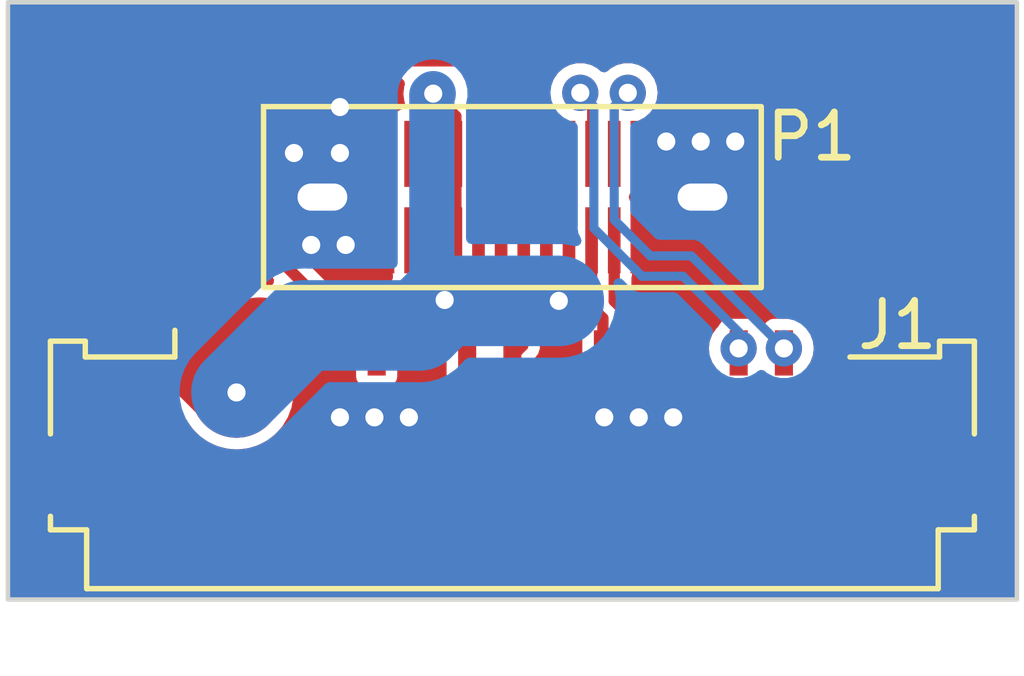
<source format=kicad_pcb>
(kicad_pcb (version 20221018) (generator pcbnew)
  (layers (0 "F.Cu" signal) (31 "B.Cu" signal) (34 "B.Paste" user) (35 "F.Paste" user) (36 "B.SilkS" user "B.Silkscreen") (37 "F.SilkS" user "F.Silkscreen") (38 "B.Mask" user) (39 "F.Mask" user) (44 "Edge.Cuts" user))
  (net 0 "")
  (net 1 "Net-(J1-Pin_1)")
  (net 2 "Net-(J1-Pin_5)")
  (net 10 "1-")
  (net 11 "1+")
  (net 12 "1_RX-")
  (net 13 "1_RX+")
  (net 14 "1_TX-")
  (net 15 "1_TX+")
  (net 16 "GND1")
  (footprint "Connector_FFC-FPC:Molex_200528-0150_1x15-1MP_P1.00mm_Horizontal" (layer "F.Cu") (at 45.85 129.46)
    (fp_text reference "J1" (at 8.507 -1.525) (layer "F.SilkS"))
    (fp_text value "Conn_01x15_Socket")
    (fp_line (start -10.21 -1.17) (end -10.21 0.88) (stroke (width 0.12)) (layer "F.SilkS"))
    (fp_line (start -10.21 2.7) (end -10.21 3) (stroke (width 0.12)) (layer "F.SilkS"))
    (fp_line (start -10.21 3) (end -9.41 3) (stroke (width 0.12)) (layer "F.SilkS"))
    (fp_line (start -9.44 -1.17) (end -10.21 -1.17) (stroke (width 0.12)) (layer "F.SilkS"))
    (fp_line (start -9.44 -0.82) (end -9.44 -1.17) (stroke (width 0.12)) (layer "F.SilkS"))
    (fp_line (start -9.41 3) (end -9.41 4.3) (stroke (width 0.12)) (layer "F.SilkS"))
    (fp_line (start -9.41 4.3) (end 9.41 4.3) (stroke (width 0.12)) (layer "F.SilkS"))
    (fp_line (start -7.46 -1.41) (end -7.46 -0.82) (stroke (width 0.12)) (layer "F.SilkS"))
    (fp_line (start -7.46 -0.82) (end -9.44 -0.82) (stroke (width 0.12)) (layer "F.SilkS"))
    (fp_line (start 9.41 3) (end 10.21 3) (stroke (width 0.12)) (layer "F.SilkS"))
    (fp_line (start 9.41 4.3) (end 9.41 3) (stroke (width 0.12)) (layer "F.SilkS"))
    (fp_line (start 9.44 -1.17) (end 9.44 -0.82) (stroke (width 0.12)) (layer "F.SilkS"))
    (fp_line (start 9.44 -0.82) (end 7.46 -0.82) (stroke (width 0.12)) (layer "F.SilkS"))
    (fp_line (start 10.21 -1.17) (end 9.44 -1.17) (stroke (width 0.12)) (layer "F.SilkS"))
    (fp_line (start 10.21 0.88) (end 10.21 -1.17) (stroke (width 0.12)) (layer "F.SilkS"))
    (fp_line (start 10.21 3) (end 10.21 2.7) (stroke (width 0.12)) (layer "F.SilkS"))
    (pad "1" smd rect (at -7 -0.91) (size 0.4 1) (layers "F.Cu" "F.Paste" "F.Mask") (net 1 "Net-(J1-Pin_1)"))
    (pad "2" smd rect (at -6 -0.91) (size 0.4 1) (layers "F.Cu" "F.Paste" "F.Mask") (net 1 "Net-(J1-Pin_1)"))
    (pad "3" smd rect (at -5 -0.91) (size 0.4 1) (layers "F.Cu" "F.Paste" "F.Mask") (net 1 "Net-(J1-Pin_1)"))
    (pad "4" smd rect (at -4 -0.91) (size 0.4 1) (layers "F.Cu" "F.Paste" "F.Mask") (net 16 "GND1"))
    (pad "5" smd rect (at -3 -0.91) (size 0.4 1) (layers "F.Cu" "F.Paste" "F.Mask") (net 2 "Net-(J1-Pin_5)"))
    (pad "6" smd rect (at -2 -0.91) (size 0.4 1) (layers "F.Cu" "F.Paste" "F.Mask") (net 16 "GND1"))
    (pad "7" smd rect (at -1 -0.91) (size 0.4 1) (layers "F.Cu" "F.Paste" "F.Mask") (net 10 "1-"))
    (pad "8" smd rect (at 0 -0.91) (size 0.4 1) (layers "F.Cu" "F.Paste" "F.Mask") (net 11 "1+"))
    (pad "9" smd rect (at 1 -0.91) (size 0.4 1) (layers "F.Cu" "F.Paste" "F.Mask") (net 16 "GND1"))
    (pad "10" smd rect (at 2 -0.91) (size 0.4 1) (layers "F.Cu" "F.Paste" "F.Mask") (net 12 "1_RX-"))
    (pad "11" smd rect (at 3 -0.91) (size 0.4 1) (layers "F.Cu" "F.Paste" "F.Mask") (net 13 "1_RX+"))
    (pad "12" smd rect (at 4 -0.91) (size 0.4 1) (layers "F.Cu" "F.Paste" "F.Mask") (net 16 "GND1"))
    (pad "13" smd rect (at 5 -0.91) (size 0.4 1) (layers "F.Cu" "F.Paste" "F.Mask") (net 14 "1_TX-"))
    (pad "14" smd rect (at 6 -0.91) (size 0.4 1) (layers "F.Cu" "F.Paste" "F.Mask") (net 15 "1_TX+"))
    (pad "15" smd rect (at 7 -0.91) (size 0.4 1) (layers "F.Cu" "F.Paste" "F.Mask") (net 16 "GND1"))
    (pad "MP" smd rect (at -9.8 1.79) (size 2 1.3) (layers "F.Cu" "F.Paste" "F.Mask") (net 16 "GND1"))
    (pad "MP" smd rect (at 9.8 1.79) (size 2 1.3) (layers "F.Cu" "F.Paste" "F.Mask") (net 16 "GND1"))
  )
  (footprint "H3_Connectors:TC-003LS" (layer "F.Cu") (at 45.85 125.106)
    (fp_text reference "P1" (at 6.613 -1.335 unlocked) (layer "F.SilkS"))
    (fp_text value "TC-003LS")
    (fp_rect (start -5.5 -2) (end 5.5 2) (stroke (width 0.12)) (fill none) (layer "F.SilkS"))
    (pad "A1" smd rect (at 2.75 -0.955) (size 0.28 1.46) (layers "F.Cu" "F.Paste" "F.Mask") (net 16 "GND1"))
    (pad "A2" smd rect (at 2.25 -0.955) (size 0.28 1.46) (layers "F.Cu" "F.Paste" "F.Mask") (net 15 "1_TX+"))
    (pad "A3" smd rect (at 1.75 -0.955) (size 0.28 1.46) (layers "F.Cu" "F.Paste" "F.Mask") (net 14 "1_TX-"))
    (pad "A4" smd rect (at 1.25 -0.955) (size 0.28 1.46) (layers "F.Cu" "F.Paste" "F.Mask") (net 1 "Net-(J1-Pin_1)"))
    (pad "A5" smd rect (at 0.75 -0.955) (size 0.28 1.46) (layers "F.Cu" "F.Paste" "F.Mask") (net 2 "Net-(J1-Pin_5)"))
    (pad "A6" smd rect (at 0.25 -0.955) (size 0.28 1.46) (layers "F.Cu" "F.Paste" "F.Mask"))
    (pad "A7" smd rect (at -0.25 -0.955) (size 0.28 1.46) (layers "F.Cu" "F.Paste" "F.Mask"))
    (pad "A8" smd rect (at -0.75 -0.955) (size 0.28 1.46) (layers "F.Cu" "F.Paste" "F.Mask"))
    (pad "A9" smd rect (at -1.25 -0.955) (size 0.28 1.46) (layers "F.Cu" "F.Paste" "F.Mask") (net 1 "Net-(J1-Pin_1)"))
    (pad "A10" smd rect (at -1.75 -0.955) (size 0.28 1.46) (layers "F.Cu" "F.Paste" "F.Mask"))
    (pad "A11" smd rect (at -2.25 -0.955) (size 0.28 1.46) (layers "F.Cu" "F.Paste" "F.Mask"))
    (pad "A12" smd rect (at -2.75 -0.955) (size 0.28 1.46) (layers "F.Cu" "F.Paste" "F.Mask") (net 16 "GND1"))
    (pad "B1" smd rect (at -2.75 0.955 180) (size 0.28 1.46) (layers "F.Cu" "F.Paste" "F.Mask") (net 16 "GND1"))
    (pad "B2" smd rect (at -2.25 0.955 180) (size 0.28 1.46) (layers "F.Cu" "F.Paste" "F.Mask"))
    (pad "B3" smd rect (at -1.75 0.955 180) (size 0.28 1.46) (layers "F.Cu" "F.Paste" "F.Mask"))
    (pad "B4" smd rect (at -1.25 0.955 180) (size 0.28 1.46) (layers "F.Cu" "F.Paste" "F.Mask") (net 1 "Net-(J1-Pin_1)"))
    (pad "B5" smd rect (at -0.75 0.955 180) (size 0.28 1.46) (layers "F.Cu" "F.Paste" "F.Mask"))
    (pad "B6" smd rect (at -0.25 0.955 180) (size 0.28 1.46) (layers "F.Cu" "F.Paste" "F.Mask") (net 10 "1-"))
    (pad "B7" smd rect (at 0.25 0.955 180) (size 0.28 1.46) (layers "F.Cu" "F.Paste" "F.Mask") (net 11 "1+"))
    (pad "B8" smd rect (at 0.75 0.955 180) (size 0.28 1.46) (layers "F.Cu" "F.Paste" "F.Mask"))
    (pad "B9" smd rect (at 1.25 0.955 180) (size 0.28 1.46) (layers "F.Cu" "F.Paste" "F.Mask") (net 1 "Net-(J1-Pin_1)"))
    (pad "B10" smd rect (at 1.75 0.955 180) (size 0.28 1.46) (layers "F.Cu" "F.Paste" "F.Mask") (net 12 "1_RX-"))
    (pad "B11" smd rect (at 2.25 0.955 180) (size 0.28 1.46) (layers "F.Cu" "F.Paste" "F.Mask") (net 13 "1_RX+"))
    (pad "B12" smd rect (at 2.75 0.955 180) (size 0.28 1.46) (layers "F.Cu" "F.Paste" "F.Mask") (net 16 "GND1"))
    (pad "S1" thru_hole oval (at -4.2 0) (size 1.5 1) (drill oval 1.1 0.6) (layers "*.Cu" "*.Mask") (net 16 "GND1"))
    (pad "S1" thru_hole oval (at 4.2 0) (size 1.5 1) (drill oval 1.1 0.6) (layers "*.Cu" "*.Mask") (net 16 "GND1"))
  )
  (gr_rect (start 34.7 120.8) (end 57 134) (stroke (width 0.1)) (fill none) (layer "Edge.Cuts"))
  (segment (start 44.6 127.132467) (end 44.352644 127.379823) (width 0.25) (layer "F.Cu") (net 1))
  (segment (start 39.752 128.831) (end 40.26 128.323) (width 2) (layer "F.Cu") (net 1))
  (segment (start 44.6 126.061) (end 44.6 123.32) (width 0.25) (layer "F.Cu") (net 1))
  (segment (start 39.752 129.424) (end 39.752 129.352) (width 2) (layer "F.Cu") (net 1))
  (segment (start 39.752 129.424) (end 39.752 128.831) (width 2) (layer "F.Cu") (net 1))
  (segment (start 44.6 126.061) (end 44.6 127.132467) (width 0.25) (layer "F.Cu") (net 1))
  (segment (start 47.1 126.061) (end 47.1 124.151) (width 0.25) (layer "F.Cu") (net 1))
  (segment (start 44.6 123.32) (end 44.1 122.82) (width 0.25) (layer "F.Cu") (net 1))
  (segment (start 39.752 129.352) (end 38.85 128.45) (width 2) (layer "F.Cu") (net 1))
  (segment (start 47.1 127.1755) (end 47.1 126.061) (width 0.25) (layer "F.Cu") (net 1))
  (segment (start 46.8755 127.4) (end 47.1 127.1755) (width 0.25) (layer "F.Cu") (net 1))
  (segment (start 44.6 126.061) (end 44.6 124.151) (width 0.25) (layer "F.Cu") (net 1))
  (via (at 39.752 129.424) (size 0.8) (drill 0.4) (layers "F.Cu" "B.Cu") (net 1))
  (via (at 44.352644 127.379823) (size 0.8) (drill 0.4) (layers "F.Cu" "B.Cu") (net 1))
  (via (at 46.8755 127.4) (size 0.8) (drill 0.4) (layers "F.Cu" "B.Cu") (net 1))
  (via (at 44.1 122.82) (size 0.8) (drill 0.4) (layers "F.Cu" "B.Cu") (net 1))
  (segment (start 44.07 127.097179) (end 44.07 122.85) (width 1) (layer "B.Cu") (net 1))
  (segment (start 44.352644 127.379823) (end 44.07 127.097179) (width 1) (layer "B.Cu") (net 1))
  (segment (start 41.234 127.942) (end 39.752 129.424) (width 2) (layer "B.Cu") (net 1))
  (segment (start 43.790467 127.942) (end 41.234 127.942) (width 2) (layer "B.Cu") (net 1))
  (segment (start 44.07 122.85) (end 44.1 122.82) (width 1) (layer "B.Cu") (net 1))
  (segment (start 46.8755 127.4) (end 44.372821 127.4) (width 2) (layer "B.Cu") (net 1))
  (segment (start 44.352644 127.379823) (end 43.790467 127.942) (width 2) (layer "B.Cu") (net 1))
  (segment (start 44.372821 127.4) (end 44.352644 127.379823) (width 2) (layer "B.Cu") (net 1))
  (segment (start 42.85 128.15) (end 42.85 128.45) (width 0.25) (layer "F.Cu") (net 2))
  (segment (start 45.564 122.095) (end 42.033695 122.095) (width 0.25) (layer "F.Cu") (net 2))
  (segment (start 40.297 126.083305) (end 41.586051 127.372356) (width 0.25) (layer "F.Cu") (net 2))
  (segment (start 42.033695 122.095) (end 40.297 123.831695) (width 0.25) (layer "F.Cu") (net 2))
  (segment (start 46.6 124.151) (end 46.6 123.131) (width 0.25) (layer "F.Cu") (net 2))
  (segment (start 43.627644 127.372356) (end 42.85 128.15) (width 0.25) (layer "F.Cu") (net 2))
  (segment (start 41.586051 127.372356) (end 43.627644 127.372356) (width 0.25) (layer "F.Cu") (net 2))
  (segment (start 40.297 123.831695) (end 40.297 126.083305) (width 0.25) (layer "F.Cu") (net 2))
  (segment (start 46.6 123.131) (end 45.564 122.095) (width 0.25) (layer "F.Cu") (net 2))
  (segment (start 45.6 127.3) (end 45.6 126.061) (width 0.2) (layer "F.Cu") (net 10))
  (segment (start 44.85 128.45) (end 44.85 128.05) (width 0.2) (layer "F.Cu") (net 10))
  (segment (start 44.85 128.05) (end 45.6 127.3) (width 0.2) (layer "F.Cu") (net 10))
  (segment (start 46.1 128.4) (end 45.85 128.65) (width 0.2) (layer "F.Cu") (net 11))
  (segment (start 46.1 126.061) (end 46.1 128.4) (width 0.2) (layer "F.Cu") (net 11))
  (segment (start 47.85 127.786396) (end 47.6 127.536396) (width 0.25) (layer "F.Cu") (net 12))
  (segment (start 47.6 127.536396) (end 47.6 126.061) (width 0.25) (layer "F.Cu") (net 12))
  (segment (start 47.85 128.45) (end 47.85 127.786396) (width 0.25) (layer "F.Cu") (net 12))
  (segment (start 48.1 127.4) (end 48.1 126.061) (width 0.25) (layer "F.Cu") (net 13))
  (segment (start 48.85 128.15) (end 48.1 127.4) (width 0.25) (layer "F.Cu") (net 13))
  (segment (start 48.85 128.45) (end 48.85 128.15) (width 0.25) (layer "F.Cu") (net 13))
  (segment (start 47.6 123.051171) (end 47.35 122.801171) (width 0.2) (layer "F.Cu") (net 14))
  (segment (start 47.6 124.151) (end 47.6 123.051171) (width 0.2) (layer "F.Cu") (net 14))
  (segment (start 50.958312 128.558312) (end 50.85 128.45) (width 0.2) (layer "F.Cu") (net 14))
  (via (at 47.35 122.801171) (size 0.8) (drill 0.4) (layers "F.Cu" "B.Cu") (net 14))
  (via (at 50.85 128.45) (size 0.8) (drill 0.4) (layers "F.Cu" "B.Cu") (net 14))
  (segment (start 47.35 122.801171) (end 47.649999 123.10117) (width 0.2) (layer "B.Cu") (net 14))
  (segment (start 48.7118 126.855) (end 49.618603 126.855) (width 0.2) (layer "B.Cu") (net 14))
  (segment (start 47.649999 125.793199) (end 48.7118 126.855) (width 0.2) (layer "B.Cu") (net 14))
  (segment (start 50.85 128.086397) (end 50.85 128.45) (width 0.2) (layer "B.Cu") (net 14))
  (segment (start 49.618603 126.855) (end 50.85 128.086397) (width 0.2) (layer "B.Cu") (net 14))
  (segment (start 47.649999 123.10117) (end 47.649999 125.793199) (width 0.2) (layer "B.Cu") (net 14))
  (segment (start 48.1 124.151) (end 48.1 123.101171) (width 0.2) (layer "F.Cu") (net 15))
  (segment (start 48.1 123.101171) (end 48.4 122.801171) (width 0.2) (layer "F.Cu") (net 15))
  (segment (start 52.008312 128.608312) (end 51.85 128.45) (width 0.2) (layer "F.Cu") (net 15))
  (via (at 51.85 128.45) (size 0.8) (drill 0.4) (layers "F.Cu" "B.Cu") (net 15))
  (via (at 48.4 122.801171) (size 0.8) (drill 0.4) (layers "F.Cu" "B.Cu") (net 15))
  (segment (start 48.100001 125.606801) (end 48.8982 126.405) (width 0.2) (layer "B.Cu") (net 15))
  (segment (start 48.8982 126.405) (end 49.805 126.405) (width 0.2) (layer "B.Cu") (net 15))
  (segment (start 48.100001 123.10117) (end 48.100001 125.606801) (width 0.2) (layer "B.Cu") (net 15))
  (segment (start 49.805 126.405) (end 51.85 128.45) (width 0.2) (layer "B.Cu") (net 15))
  (segment (start 48.4 122.801171) (end 48.100001 123.10117) (width 0.2) (layer "B.Cu") (net 15))
  (segment (start 43.135 124.186) (end 43.1 124.151) (width 0.25) (layer "F.Cu") (net 16))
  (segment (start 48.625 124.151) (end 48.625 126.061) (width 0.25) (layer "F.Cu") (net 16))
  (segment (start 43.135 126.026) (end 43.135 124.186) (width 0.25) (layer "F.Cu") (net 16))
  (segment (start 43.1 126.061) (end 43.135 126.026) (width 0.25) (layer "F.Cu") (net 16))
  (via (at 42.165 126.164) (size 0.8) (drill 0.4) (layers "F.Cu" "B.Cu") (net 16))
  (via (at 49.404 129.974) (size 0.8) (drill 0.4) (layers "F.Cu" "B.Cu") (net 16))
  (via (at 47.88 129.974) (size 0.8) (drill 0.4) (layers "F.Cu" "B.Cu") (net 16))
  (via (at 42.038 124.132) (size 0.8) (drill 0.4) (layers "F.Cu" "B.Cu") (net 16))
  (via (at 50.774 123.878) (size 0.8) (drill 0.4) (layers "F.Cu" "B.Cu") (net 16))
  (via (at 42.8 129.974) (size 0.8) (drill 0.4) (layers "F.Cu" "B.Cu") (net 16))
  (via (at 48.642 129.974) (size 0.8) (drill 0.4) (layers "F.Cu" "B.Cu") (net 16))
  (via (at 42.038 123.116) (size 0.8) (drill 0.4) (layers "F.Cu" "B.Cu") (net 16))
  (via (at 43.562 129.974) (size 0.8) (drill 0.4) (layers "F.Cu" "B.Cu") (net 16))
  (via (at 41.403 126.164) (size 0.8) (drill 0.4) (layers "F.Cu" "B.Cu") (net 16))
  (via (at 42.038 129.974) (size 0.8) (drill 0.4) (layers "F.Cu" "B.Cu") (net 16))
  (via (at 41.022 124.132) (size 0.8) (drill 0.4) (layers "F.Cu" "B.Cu") (net 16))
  (via (at 50.012 123.878) (size 0.8) (drill 0.4) (layers "F.Cu" "B.Cu") (net 16))
  (via (at 49.25 123.878) (size 0.8) (drill 0.4) (layers "F.Cu" "B.Cu") (net 16))
  (zone (net 16) (net_name "GND1") (layers "F&B.Cu") (priority 2) (connect_pads yes (clearance 0.254)) (min_thickness 0.25) (fill yes (thermal_gap 0.5) (thermal_bridge_width 0.5))
    (polygon (pts (xy 34.672 120.788) (xy 34.672 133.996) (xy 57.024 133.996) (xy 57.024 120.788)))
  )
)
</source>
